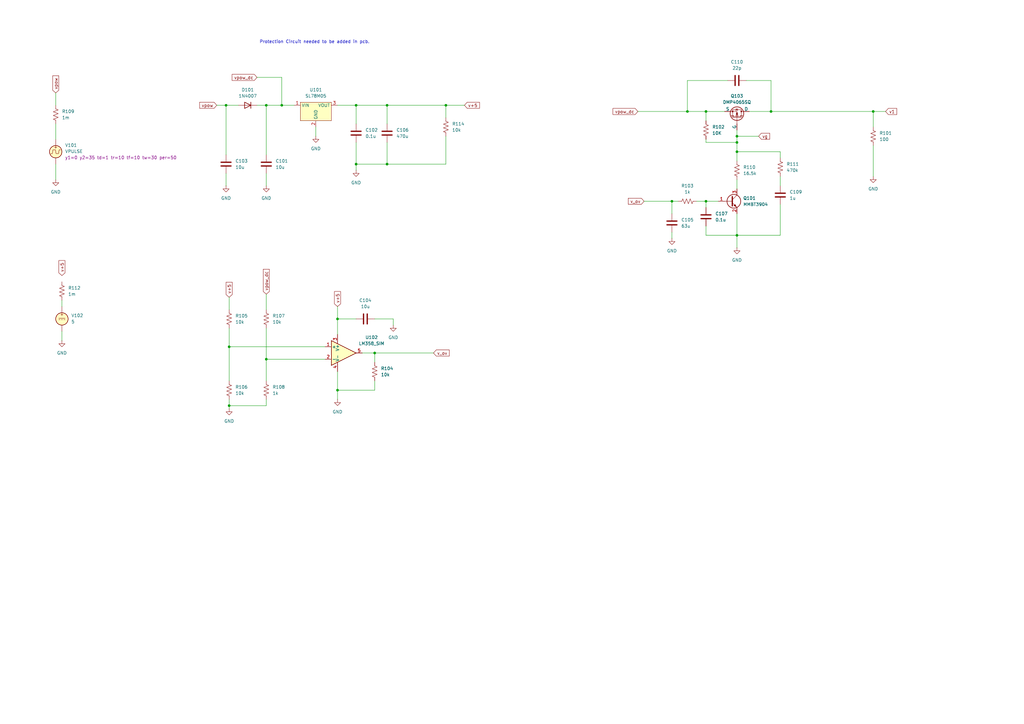
<source format=kicad_sch>
(kicad_sch (version 20250114) (generator "eeschema") (generator_version "9.0")
  (paper "A3")
  (title_block (title "Power Supply") (date "2026-01-08"))
  (lib_symbols
    (symbol "Device:C" (pin_numbers (hide yes)) (pin_names (offset 0.254))
      (property "Reference" "C" (at 0.635 2.54 0))
      (property "Value" "C" (at 0.635 -2.54 0))
      (symbol "C_0_1"
        (polyline (pts (xy -2.032 0.762) (xy 2.032 0.762)) (stroke (width 0.508)))
        (polyline (pts (xy -2.032 -0.762) (xy 2.032 -0.762)) (stroke (width 0.508)))
      )
      (symbol "C_1_1"
        (pin passive line (at 0 3.81 270) (length 2.794) (name "~") (number "1"))
        (pin passive line (at 0 -3.81 90) (length 2.794) (name "~") (number "2"))
      )
    )
    (symbol "Device:R_US" (pin_numbers (hide yes)) (pin_names (offset 0))
      (property "Reference" "R" (at 2.54 0 90))
      (property "Value" "R_US" (at -2.54 0 90))
      (symbol "R_US_0_1"
        (polyline (pts (xy 0 2.286) (xy 0 2.54)))
        (polyline (pts (xy 0 2.286) (xy 1.016 1.905) (xy 0 1.524) (xy -1.016 1.143) (xy 0 0.762)))
        (polyline (pts (xy 0 0.762) (xy 1.016 0.381) (xy 0 0) (xy -1.016 -0.381) (xy 0 -0.762)))
        (polyline (pts (xy 0 -0.762) (xy 1.016 -1.143) (xy 0 -1.524) (xy -1.016 -1.905) (xy 0 -2.286)))
        (polyline (pts (xy 0 -2.286) (xy 0 -2.54)))
      )
      (symbol "R_US_1_1"
        (pin passive line (at 0 3.81 270) (length 1.27) (name "~") (number "1"))
        (pin passive line (at 0 -3.81 90) (length 1.27) (name "~") (number "2"))
      )
    )
    (symbol "Simulation_SPICE:VDC" (pin_numbers (hide yes)) (pin_names (offset 0.0254))
      (property "Reference" "V" (at 2.54 2.54 0))
      (property "Value" "1" (at 2.54 0 0))
      (symbol "VDC_0_0"
        (polyline (pts (xy -1.27 0.254) (xy 1.27 0.254)))
        (polyline (pts (xy -0.762 -0.254) (xy -1.27 -0.254)))
        (polyline (pts (xy 0.254 -0.254) (xy -0.254 -0.254)))
        (polyline (pts (xy 1.27 -0.254) (xy 0.762 -0.254)))
        (text "+" (at 0 1.905 0) (effects (font (size 1.27 1.27))))
      )
      (symbol "VDC_0_1"
        (circle (center 0 0) (radius 2.54) (stroke (width 0.254)) (fill (type background)))
      )
      (symbol "VDC_1_1"
        (pin passive line (at 0 5.08 270) (length 2.54) (name "~") (number "1"))
        (pin passive line (at 0 -5.08 90) (length 2.54) (name "~") (number "2"))
      )
    )
    (symbol "Simulation_SPICE:VPULSE" (pin_numbers (hide yes)) (pin_names (offset 0.0254))
      (property "Reference" "V" (at 2.54 2.54 0))
      (property "Value" "VPULSE" (at 2.54 0 0))
      (property "Sim.Params" "y1=0 y2=1 td=2n tr=2n tf=2n tw=50n per=100n" (at 2.54 -2.54 0))
      (symbol "VPULSE_0_0"
        (polyline (pts (xy -2.032 -0.762) (xy -1.397 -0.762) (xy -1.143 0.762) (xy -0.127 0.762) (xy 0.127 -0.762) (xy 1.143 -0.762) (xy 1.397 0.762) (xy 2.032 0.762)))
        (text "+" (at 0 1.905 0) (effects (font (size 1.27 1.27))))
      )
      (symbol "VPULSE_0_1"
        (circle (center 0 0) (radius 2.54) (stroke (width 0.254)) (fill (type background)))
      )
      (symbol "VPULSE_1_1"
        (pin passive line (at 0 5.08 270) (length 2.54) (name "~") (number "1"))
        (pin passive line (at 0 -5.08 90) (length 2.54) (name "~") (number "2"))
      )
    )
    (symbol "my_Symbol_Library:1N4007" (pin_numbers (hide yes)) (pin_names (hide yes))
      (property "Reference" "D" (at 0 2.54 0))
      (property "Value" "1N4007" (at 0 -2.54 0))
      (symbol "1N4007_0_1"
        (polyline (pts (xy -1.27 1.27) (xy -1.27 -1.27)) (stroke (width 0.254)))
        (polyline (pts (xy 1.27 1.27) (xy 1.27 -1.27) (xy -1.27 0) (xy 1.27 1.27)) (stroke (width 0.254)))
        (polyline (pts (xy 1.27 0) (xy -1.27 0)))
      )
      (symbol "1N4007_1_1"
        (pin passive line (at -3.81 0 0) (length 2.54) (name "K") (number "1"))
        (pin passive line (at 3.81 0 180) (length 2.54) (name "A") (number "2"))
      )
    )
    (symbol "my_Symbol_Library:DMP4065SQ" (pin_numbers (hide yes)) (pin_names (offset 0))
      (property "Reference" "Q" (at 5.08 1.27 0))
      (property "Value" "DMP4065SQ" (at 5.08 -1.27 0))
      (symbol "DMP4065SQ_0_1"
        (polyline (pts (xy 0.254 1.905) (xy 0.254 -1.905)) (stroke (width 0.254)))
        (polyline (pts (xy 0.254 0) (xy -2.54 0)))
        (polyline (pts (xy 0.762 2.286) (xy 0.762 1.27)) (stroke (width 0.254)))
        (polyline (pts (xy 0.762 1.778) (xy 3.302 1.778) (xy 3.302 -1.778) (xy 0.762 -1.778)))
        (polyline (pts (xy 0.762 0.508) (xy 0.762 -0.508)) (stroke (width 0.254)))
        (polyline (pts (xy 0.762 -1.27) (xy 0.762 -2.286)) (stroke (width 0.254)))
        (circle (center 1.651 0) (radius 2.794) (stroke (width 0.254)))
        (polyline (pts (xy 2.286 0) (xy 1.27 0.381) (xy 1.27 -0.381) (xy 2.286 0)) (fill (type outline)))
        (polyline (pts (xy 2.54 2.54) (xy 2.54 1.778)))
        (circle (center 2.54 1.778) (radius 0.254) (fill (type outline)))
        (circle (center 2.54 -1.778) (radius 0.254) (fill (type outline)))
        (polyline (pts (xy 2.54 -2.54) (xy 2.54 0) (xy 0.762 0)))
        (polyline (pts (xy 2.794 -0.508) (xy 2.921 -0.381) (xy 3.683 -0.381) (xy 3.81 -0.254)))
        (polyline (pts (xy 3.302 -0.381) (xy 2.921 0.254) (xy 3.683 0.254) (xy 3.302 -0.381)))
      )
      (symbol "DMP4065SQ_1_1"
        (pin input line (at -5.08 0 0) (length 2.54) (name "G") (number "1"))
        (pin passive line (at 2.54 5.08 270) (length 2.54) (name "D") (number "3"))
        (pin passive line (at 2.54 -5.08 90) (length 2.54) (name "S") (number "2"))
      )
    )
    (symbol "my_Symbol_Library:LM358_sim" (pin_names (offset 0.254))
      (property "Reference" "U" (at 3.81 3.175 0))
      (property "Value" "LM358_SIM" (at 3.81 -3.175 0))
      (symbol "LM358_sim_0_1"
        (polyline (pts (xy 5.08 0) (xy -5.08 5.08) (xy -5.08 -5.08) (xy 5.08 0)) (stroke (width 0.254)) (fill (type background)))
      )
      (symbol "LM358_sim_1_1"
        (pin input line (at -7.62 2.54 0) (length 2.54) (name "+") (number "1"))
        (pin input line (at -7.62 -2.54 0) (length 2.54) (name "-") (number "2"))
        (pin power_in line (at -2.54 7.62 270) (length 3.81) (name "V+") (number "3"))
        (pin power_in line (at -2.54 -7.62 90) (length 3.81) (name "V-") (number "4"))
        (pin output line (at 7.62 0 180) (length 2.54) (name "~") (number "5"))
      )
    )
    (symbol "my_Symbol_Library:MMBT3904" (pin_names (offset 0) (hide yes))
      (property "Reference" "Q" (at 5.08 1.905 0))
      (property "Value" "MMBT3904" (at 5.08 0 0))
      (symbol "MMBT3904_0_1"
        (polyline (pts (xy -2.54 0) (xy 0.635 0)))
        (polyline (pts (xy 0.635 1.905) (xy 0.635 -1.905)) (stroke (width 0.508)))
        (circle (center 1.27 0) (radius 2.8194) (stroke (width 0.254)))
      )
      (symbol "MMBT3904_1_1"
        (polyline (pts (xy 0.635 0.635) (xy 2.54 2.54)))
        (polyline (pts (xy 0.635 -0.635) (xy 2.54 -2.54)))
        (polyline (pts (xy 1.27 -1.778) (xy 1.778 -1.27) (xy 2.286 -2.286) (xy 1.27 -1.778)) (fill (type outline)))
        (pin input line (at -5.08 0 0) (length 2.54) (name "B") (number "1"))
        (pin passive line (at 2.54 5.08 270) (length 2.54) (name "C") (number "3"))
        (pin passive line (at 2.54 -5.08 90) (length 2.54) (name "E") (number "2"))
      )
    )
    (symbol "my_Symbol_Library:SL78M05"
      (property "Reference" "U" (at 0 3.048 0))
      (property "Value" "SL78M05" (at 0 0 0))
      (symbol "SL78M05_0_0"
        (pin power_in line (at -8.89 0 0) (length 2.54) (name "VIN") (number "1"))
        (pin power_in line (at 0 -8.89 90) (length 2.54) (name "GND") (number "2"))
        (pin power_out line (at 8.89 0 180) (length 2.54) (name "VOUT") (number "3"))
      )
      (symbol "SL78M05_1_1"
        (rectangle (start -6.35 1.27) (end 6.35 -6.35) (fill (type background)))
      )
    )
    (symbol "power:GND" (power) (pin_numbers (hide yes)) (pin_names (offset 0) (hide yes))
      (property "Value" "GND" (at 0 -3.81 0))
      (symbol "GND_0_1"
        (polyline (pts (xy 0 0) (xy 0 -1.27) (xy 1.27 -1.27) (xy 0 -2.54) (xy -1.27 -1.27) (xy 0 -1.27)))
      )
      (symbol "GND_1_1"
        (pin power_in line (at 0 0 270) (length 0) (name "~") (number "1"))
      )
    )
  )
  (text "Protection Circuit needed to be added in pcb.\n" (at 129.032 17.272 0) (effects (font (size 1.27 1.27))))
  (junction (at 182.88 43.18))
  (junction (at 115.57 43.18))
  (junction (at 138.43 130.81))
  (junction (at 158.75 67.31))
  (junction (at 93.98 142.24))
  (junction (at 146.05 67.31))
  (junction (at 316.23 45.72))
  (junction (at 92.71 43.18))
  (junction (at 302.26 58.42))
  (junction (at 281.94 45.72))
  (junction (at 302.26 55.88))
  (junction (at 275.59 82.55))
  (junction (at 289.56 45.72))
  (junction (at 358.14 45.72))
  (junction (at 302.26 96.52))
  (junction (at 109.22 147.32))
  (junction (at 158.75 43.18))
  (junction (at 289.56 82.55))
  (junction (at 138.43 160.02))
  (junction (at 146.05 43.18))
  (junction (at 109.22 43.18))
  (junction (at 153.67 144.78))
  (junction (at 93.98 166.37))
  (junction (at 302.26 62.23))
  (wire (pts (xy 289.56 45.72) (xy 289.56 49.53)))
  (wire (pts (xy 281.94 45.72) (xy 289.56 45.72)))
  (wire (pts (xy 138.43 125.73) (xy 138.43 130.81)))
  (wire (pts (xy 105.41 43.18) (xy 109.22 43.18)))
  (wire (pts (xy 22.86 67.31) (xy 22.86 73.66)))
  (wire (pts (xy 93.98 142.24) (xy 133.35 142.24)))
  (wire (pts (xy 25.4 135.89) (xy 25.4 139.7)))
  (wire (pts (xy 109.22 120.65) (xy 109.22 127)))
  (wire (pts (xy 109.22 43.18) (xy 115.57 43.18)))
  (wire (pts (xy 358.14 59.69) (xy 358.14 72.39)))
  (wire (pts (xy 289.56 96.52) (xy 302.26 96.52)))
  (wire (pts (xy 289.56 57.15) (xy 289.56 58.42)))
  (wire (pts (xy 115.57 43.18) (xy 120.65 43.18)))
  (wire (pts (xy 289.56 82.55) (xy 294.64 82.55)))
  (wire (pts (xy 146.05 67.31) (xy 146.05 69.85)))
  (wire (pts (xy 146.05 43.18) (xy 146.05 50.8)))
  (wire (pts (xy 302.26 55.88) (xy 302.26 58.42)))
  (wire (pts (xy 146.05 43.18) (xy 158.75 43.18)))
  (wire (pts (xy 138.43 43.18) (xy 146.05 43.18)))
  (wire (pts (xy 182.88 43.18) (xy 182.88 48.26)))
  (wire (pts (xy 109.22 71.12) (xy 109.22 76.2)))
  (wire (pts (xy 138.43 130.81) (xy 146.05 130.81)))
  (wire (pts (xy 316.23 33.02) (xy 316.23 45.72)))
  (wire (pts (xy 289.56 82.55) (xy 289.56 85.09)))
  (wire (pts (xy 92.71 43.18) (xy 97.79 43.18)))
  (wire (pts (xy 146.05 58.42) (xy 146.05 67.31)))
  (wire (pts (xy 302.26 58.42) (xy 289.56 58.42)))
  (wire (pts (xy 320.04 72.39) (xy 320.04 76.2)))
  (wire (pts (xy 285.75 82.55) (xy 289.56 82.55)))
  (wire (pts (xy 109.22 166.37) (xy 93.98 166.37)))
  (wire (pts (xy 93.98 134.62) (xy 93.98 142.24)))
  (wire (pts (xy 92.71 71.12) (xy 92.71 76.2)))
  (wire (pts (xy 358.14 45.72) (xy 363.22 45.72)))
  (wire (pts (xy 302.26 53.34) (xy 302.26 55.88)))
  (wire (pts (xy 275.59 95.25) (xy 275.59 97.79)))
  (wire (pts (xy 153.67 156.21) (xy 153.67 160.02)))
  (wire (pts (xy 158.75 58.42) (xy 158.75 67.31)))
  (wire (pts (xy 320.04 96.52) (xy 302.26 96.52)))
  (wire (pts (xy 358.14 52.07) (xy 358.14 45.72)))
  (wire (pts (xy 281.94 33.02) (xy 281.94 45.72)))
  (wire (pts (xy 158.75 43.18) (xy 158.75 50.8)))
  (wire (pts (xy 153.67 144.78) (xy 177.8 144.78)))
  (wire (pts (xy 306.07 33.02) (xy 316.23 33.02)))
  (wire (pts (xy 22.86 50.8) (xy 22.86 57.15)))
  (wire (pts (xy 302.26 58.42) (xy 302.26 62.23)))
  (wire (pts (xy 161.29 130.81) (xy 161.29 133.35)))
  (wire (pts (xy 109.22 134.62) (xy 109.22 147.32)))
  (wire (pts (xy 22.86 38.1) (xy 22.86 43.18)))
  (wire (pts (xy 289.56 92.71) (xy 289.56 96.52)))
  (wire (pts (xy 153.67 144.78) (xy 153.67 148.59)))
  (wire (pts (xy 302.26 55.88) (xy 311.15 55.88)))
  (wire (pts (xy 289.56 45.72) (xy 297.18 45.72)))
  (wire (pts (xy 92.71 43.18) (xy 92.71 63.5)))
  (wire (pts (xy 281.94 33.02) (xy 298.45 33.02)))
  (wire (pts (xy 109.22 43.18) (xy 109.22 63.5)))
  (wire (pts (xy 153.67 160.02) (xy 138.43 160.02)))
  (wire (pts (xy 109.22 147.32) (xy 109.22 156.21)))
  (wire (pts (xy 307.34 45.72) (xy 316.23 45.72)))
  (wire (pts (xy 302.26 87.63) (xy 302.26 96.52)))
  (wire (pts (xy 302.26 62.23) (xy 302.26 66.04)))
  (wire (pts (xy 93.98 166.37) (xy 93.98 167.64)))
  (wire (pts (xy 182.88 43.18) (xy 190.5 43.18)))
  (wire (pts (xy 316.23 45.72) (xy 358.14 45.72)))
  (wire (pts (xy 275.59 82.55) (xy 278.13 82.55)))
  (wire (pts (xy 148.59 144.78) (xy 153.67 144.78)))
  (wire (pts (xy 129.54 52.07) (xy 129.54 55.88)))
  (wire (pts (xy 158.75 43.18) (xy 182.88 43.18)))
  (wire (pts (xy 153.67 130.81) (xy 161.29 130.81)))
  (wire (pts (xy 320.04 62.23) (xy 320.04 64.77)))
  (wire (pts (xy 109.22 163.83) (xy 109.22 166.37)))
  (wire (pts (xy 320.04 83.82) (xy 320.04 96.52)))
  (wire (pts (xy 93.98 121.92) (xy 93.98 127)))
  (wire (pts (xy 302.26 73.66) (xy 302.26 77.47)))
  (wire (pts (xy 320.04 62.23) (xy 302.26 62.23)))
  (wire (pts (xy 138.43 160.02) (xy 138.43 163.83)))
  (wire (pts (xy 261.62 45.72) (xy 281.94 45.72)))
  (wire (pts (xy 146.05 67.31) (xy 158.75 67.31)))
  (wire (pts (xy 109.22 147.32) (xy 133.35 147.32)))
  (wire (pts (xy 25.4 123.19) (xy 25.4 125.73)))
  (wire (pts (xy 93.98 142.24) (xy 93.98 156.21)))
  (wire (pts (xy 115.57 31.75) (xy 115.57 43.18)))
  (wire (pts (xy 275.59 82.55) (xy 275.59 87.63)))
  (wire (pts (xy 264.16 82.55) (xy 275.59 82.55)))
  (wire (pts (xy 158.75 67.31) (xy 182.88 67.31)))
  (wire (pts (xy 302.26 96.52) (xy 302.26 101.6)))
  (wire (pts (xy 138.43 152.4) (xy 138.43 160.02)))
  (wire (pts (xy 138.43 130.81) (xy 138.43 137.16)))
  (wire (pts (xy 105.41 31.75) (xy 115.57 31.75)))
  (wire (pts (xy 88.9 43.18) (xy 92.71 43.18)))
  (wire (pts (xy 182.88 55.88) (xy 182.88 67.31)))
  (wire (pts (xy 93.98 163.83) (xy 93.98 166.37)))
  (global_label "vg" (shape input) (at 311.15 55.88 0) (property "Intersheetrefs" "${INTERSHEET_REFS}" (effects (hide yes))))
  (global_label "vpow_dc" (shape input) (at 105.41 31.75 180) (property "Intersheetrefs" "${INTERSHEET_REFS}" (effects (hide yes))))
  (global_label "v+5" (shape input) (at 93.98 121.92 90) (property "Intersheetrefs" "${INTERSHEET_REFS}" (effects (hide yes))))
  (global_label "vpow" (shape input) (at 22.86 38.1 90) (property "Intersheetrefs" "${INTERSHEET_REFS}" (effects (hide yes))))
  (global_label "v_ov" (shape input) (at 177.8 144.78 0) (property "Intersheetrefs" "${INTERSHEET_REFS}" (effects (hide yes))))
  (global_label "vpow_dc" (shape input) (at 261.62 45.72 180) (property "Intersheetrefs" "${INTERSHEET_REFS}" (effects (hide yes))))
  (global_label "v+5" (shape input) (at 25.4 113.03 90) (property "Intersheetrefs" "${INTERSHEET_REFS}" (effects (hide yes))))
  (global_label "v_ov" (shape input) (at 264.16 82.55 180) (property "Intersheetrefs" "${INTERSHEET_REFS}" (effects (hide yes))))
  (global_label "v+5" (shape input) (at 190.5 43.18 0) (property "Intersheetrefs" "${INTERSHEET_REFS}" (effects (hide yes))))
  (global_label "vpow" (shape input) (at 88.9 43.18 180) (property "Intersheetrefs" "${INTERSHEET_REFS}" (effects (hide yes))))
  (global_label "v+5" (shape input) (at 138.43 125.73 90) (property "Intersheetrefs" "${INTERSHEET_REFS}" (effects (hide yes))))
  (global_label "vpow_dc" (shape input) (at 109.22 120.65 90) (property "Intersheetrefs" "${INTERSHEET_REFS}" (effects (hide yes))))
  (global_label "v1" (shape input) (at 363.22 45.72 0) (property "Intersheetrefs" "${INTERSHEET_REFS}" (effects (hide yes))))
  (symbol (lib_id "Device:C") (at 302.26 33.02 270) (unit 1)
    (property "Reference" "C110" (at 302.26 25.4 90))
    (property "Value" "22p" (at 302.26 27.94 90))
    (property "Description" "Unpolarized capacitor" (effects (hide yes)))
  )
  (symbol (lib_id "Device:R_US") (at 358.14 55.88 0) (unit 1)
    (property "Reference" "R101" (at 360.68 54.6099 0) (effects (justify left)))
    (property "Value" "100" (at 360.68 57.1499 0) (effects (justify left)))
    (property "Description" "Resistor, US symbol" (effects (hide yes)))
  )
  (symbol (lib_id "Device:R_US") (at 182.88 52.07 0) (unit 1)
    (property "Reference" "R114" (at 185.42 50.7999 0) (effects (justify left)))
    (property "Value" "10k" (at 185.42 53.3399 0) (effects (justify left)))
    (property "Description" "Resistor, US symbol" (effects (hide yes)))
  )
  (symbol (lib_id "Simulation_SPICE:VPULSE") (at 22.86 62.23 0) (unit 1)
    (property "Reference" "V101" (at 26.67 59.5601 0) (effects (justify left)))
    (property "Value" "VPULSE" (at 26.67 62.1001 0) (effects (justify left)))
    (property "Datasheet" "https://ngspice.sourceforge.io/docs/ngspice-html-manual/manual.xhtml#sec_Independent_Sources_for" (effects (hide yes)))
    (property "Description" "Voltage source, pulse" (effects (hide yes)))
    (property "Sim.Pins" "1=+ 2=-" (effects (hide yes)))
    (property "Sim.Type" "PULSE" (effects (hide yes)))
    (property "Sim.Device" "V" (effects (hide yes)))
    (property "Sim.Params" "y1=0 y2=35 td=1 tr=10 tf=10 tw=30 per=50" (at 26.67 64.6401 0) (effects (justify left)))
  )
  (symbol (lib_id "power:GND") (at 161.29 133.35 0) (unit 1)
    (property "Reference" "#PWR0110" (effects (hide yes)))
    (property "Value" "GND" (at 161.29 138.43 0))
    (property "Description" "Power symbol creates a global label with name \"GND\" , ground" (effects (hide yes)))
  )
  (symbol (lib_id "power:GND") (at 92.71 76.2 0) (unit 1)
    (property "Reference" "#PWR0109" (effects (hide yes)))
    (property "Value" "GND" (at 92.71 81.28 0))
    (property "Description" "Power symbol creates a global label with name \"GND\" , ground" (effects (hide yes)))
  )
  (symbol (lib_id "Device:C") (at 92.71 67.31 0) (unit 1)
    (property "Reference" "C103" (at 96.52 66.0399 0) (effects (justify left)))
    (property "Value" "10u" (at 96.52 68.5799 0) (effects (justify left)))
    (property "Description" "Unpolarized capacitor" (effects (hide yes)))
  )
  (symbol (lib_id "power:GND") (at 129.54 55.88 0) (unit 1)
    (property "Reference" "#PWR0103" (effects (hide yes)))
    (property "Value" "GND" (at 129.54 60.96 0))
    (property "Description" "Power symbol creates a global label with name \"GND\" , ground" (effects (hide yes)))
  )
  (symbol (lib_id "Device:R_US") (at 93.98 160.02 0) (unit 1)
    (property "Reference" "R106" (at 96.52 158.7499 0) (effects (justify left)))
    (property "Value" "10k" (at 96.52 161.2899 0) (effects (justify left)))
    (property "Description" "Resistor, US symbol" (effects (hide yes)))
  )
  (symbol (lib_id "my_Symbol_Library:SL78M05") (at 129.54 43.18 0) (unit 1)
    (property "Reference" "U101" (at 129.54 36.83 0))
    (property "Value" "SL78M05" (at 129.54 39.37 0))
    (property "Footprint" "my_footprint_Library:TO-252-2" (effects (hide yes)))
    (property "Datasheet" "https://mm.digikey.com/Volume0/opasdata/d220001/medias/docus/7181/SL78M05%20TO-252-3.pdf" (effects (hide yes)))
    (property "Description" "Linear Voltage Regulator IC Positive Fixed 1 Output 1A TO-252" (effects (hide yes)))
    (property "Sim.Library" "/home/vdo/Documents/PCB/simulation/regulators.lib" (effects (hide yes)))
    (property "Sim.Name" "LM7805" (effects (hide yes)))
    (property "Sim.Device" "SUBCKT" (effects (hide yes)))
    (property "Sim.Pins" "1=1 2=2 3=3" (effects (hide yes)))
  )
  (symbol (lib_id "Device:C") (at 146.05 54.61 0) (unit 1)
    (property "Reference" "C102" (at 149.86 53.3399 0) (effects (justify left)))
    (property "Value" "0.1u" (at 149.86 55.8799 0) (effects (justify left)))
    (property "Description" "Unpolarized capacitor" (effects (hide yes)))
  )
  (symbol (lib_id "Device:C") (at 158.75 54.61 0) (unit 1)
    (property "Reference" "C106" (at 162.56 53.3399 0) (effects (justify left)))
    (property "Value" "470u" (at 162.56 55.8799 0) (effects (justify left)))
    (property "Description" "Unpolarized capacitor" (effects (hide yes)))
  )
  (symbol (lib_id "Device:C") (at 109.22 67.31 0) (unit 1)
    (property "Reference" "C101" (at 113.03 66.0399 0) (effects (justify left)))
    (property "Value" "10u" (at 113.03 68.5799 0) (effects (justify left)))
    (property "Description" "Unpolarized capacitor" (effects (hide yes)))
  )
  (symbol (lib_id "Device:R_US") (at 153.67 152.4 0) (unit 1)
    (property "Reference" "R104" (at 156.21 151.1299 0) (effects (justify left)))
    (property "Value" "10k" (at 156.21 153.6699 0) (effects (justify left)))
    (property "Description" "Resistor, US symbol" (effects (hide yes)))
  )
  (symbol (lib_id "Device:C") (at 275.59 91.44 180) (unit 1)
    (property "Reference" "C105" (at 279.4 90.1699 0) (effects (justify right)))
    (property "Value" "63u" (at 279.4 92.7099 0) (effects (justify right)))
    (property "Description" "Unpolarized capacitor" (effects (hide yes)))
  )
  (symbol (lib_id "Device:R_US") (at 109.22 130.81 0) (unit 1)
    (property "Reference" "R107" (at 111.76 129.5399 0) (effects (justify left)))
    (property "Value" "10k" (at 111.76 132.0799 0) (effects (justify left)))
    (property "Description" "Resistor, US symbol" (effects (hide yes)))
  )
  (symbol (lib_id "power:GND") (at 109.22 76.2 0) (unit 1)
    (property "Reference" "#PWR0104" (effects (hide yes)))
    (property "Value" "GND" (at 109.22 81.28 0))
    (property "Description" "Power symbol creates a global label with name \"GND\" , ground" (effects (hide yes)))
  )
  (symbol (lib_id "power:GND") (at 302.26 101.6 0) (unit 1)
    (property "Reference" "#PWR0107" (effects (hide yes)))
    (property "Value" "GND" (at 302.26 106.68 0))
    (property "Description" "Power symbol creates a global label with name \"GND\" , ground" (effects (hide yes)))
  )
  (symbol (lib_id "Device:C") (at 149.86 130.81 90) (unit 1)
    (property "Reference" "C104" (at 149.86 123.19 90))
    (property "Value" "10u" (at 149.86 125.73 90))
    (property "Description" "Unpolarized capacitor" (effects (hide yes)))
  )
  (symbol (lib_id "Device:C") (at 320.04 80.01 180) (unit 1)
    (property "Reference" "C109" (at 323.85 78.7399 0) (effects (justify right)))
    (property "Value" "1u" (at 323.85 81.2799 0) (effects (justify right)))
    (property "Description" "Unpolarized capacitor" (effects (hide yes)))
  )
  (symbol (lib_id "Device:R_US") (at 25.4 119.38 0) (unit 1)
    (property "Reference" "R112" (at 27.94 118.1099 0) (effects (justify left)))
    (property "Value" "1m" (at 27.94 120.6499 0) (effects (justify left)))
    (property "Description" "Resistor, US symbol" (effects (hide yes)))
  )
  (symbol (lib_id "Device:R_US") (at 109.22 160.02 0) (unit 1)
    (property "Reference" "R108" (at 111.76 158.7499 0) (effects (justify left)))
    (property "Value" "1k" (at 111.76 161.2899 0) (effects (justify left)))
    (property "Description" "Resistor, US symbol" (effects (hide yes)))
  )
  (symbol (lib_id "Device:R_US") (at 281.94 82.55 90) (unit 1)
    (property "Reference" "R103" (at 281.94 76.2 90))
    (property "Value" "1k" (at 281.94 78.74 90))
    (property "Description" "Resistor, US symbol" (effects (hide yes)))
  )
  (symbol (lib_id "power:GND") (at 275.59 97.79 0) (unit 1)
    (property "Reference" "#PWR0111" (effects (hide yes)))
    (property "Value" "GND" (at 275.59 102.87 0))
    (property "Description" "Power symbol creates a global label with name \"GND\" , ground" (effects (hide yes)))
  )
  (symbol (lib_id "power:GND") (at 22.86 73.66 0) (unit 1)
    (property "Reference" "#PWR0101" (effects (hide yes)))
    (property "Value" "GND" (at 22.86 78.74 0))
    (property "Description" "Power symbol creates a global label with name \"GND\" , ground" (effects (hide yes)))
  )
  (symbol (lib_id "my_Symbol_Library:MMBT3904") (at 299.72 82.55 0) (unit 1)
    (property "Reference" "Q101" (at 304.8 81.2799 0) (effects (justify left)))
    (property "Value" "MMBT3904" (at 304.8 83.8199 0) (effects (justify left)))
    (property "Footprint" "my_footprint_Library:TSOT-23_HandSoldering" (effects (hide yes)))
    (property "Datasheet" "https://www.onsemi.com/pdf/datasheet/pzt3904-d.pdf" (effects (hide yes)))
    (property "Description" "0.2A Ic, 40V Vce, Small Signal NPN Transistor, SOT-23" (effects (hide yes)))
    (property "Sim.Device" "NPN" (effects (hide yes)))
    (property "Sim.Pins" "1=B 2=E 3=C" (effects (hide yes)))
    (property "Sim.Library" "/home/vdo/Documents/PCB/simulation/2N3904.LIB" (effects (hide yes)))
    (property "Sim.Name" "Q2n3904" (effects (hide yes)))
    (property "Sim.Type" "GUMMELPOON" (effects (hide yes)))
  )
  (symbol (lib_id "Device:R_US") (at 93.98 130.81 0) (unit 1)
    (property "Reference" "R105" (at 96.52 129.5399 0) (effects (justify left)))
    (property "Value" "10k" (at 96.52 132.0799 0) (effects (justify left)))
    (property "Description" "Resistor, US symbol" (effects (hide yes)))
  )
  (symbol (lib_id "my_Symbol_Library:1N4007") (at 101.6 43.18 180) (unit 1)
    (property "Reference" "D101" (at 101.6 36.83 0))
    (property "Value" "1N4007" (at 101.6 39.37 0))
    (property "Footprint" "my_footprint_Library:D_DO-41_SOD81_P12.70mm_Horizontal" (effects (hide yes)))
    (property "Datasheet" "http://www.vishay.com/docs/88503/1n4001.pdf" (effects (hide yes)))
    (property "Description" "1000V 1A General Purpose Rectifier Diode, DO-41" (effects (hide yes)))
    (property "Sim.Device" "D" (effects (hide yes)))
    (property "Sim.Pins" "1=K 2=A" (effects (hide yes)))
    (property "Sim.Library" "/home/vdo/Documents/PCB/simulation/1N4007.spice.txt" (effects (hide yes)))
    (property "Sim.Name" "DI_1N4007" (effects (hide yes)))
  )
  (symbol (lib_id "power:GND") (at 93.98 167.64 0) (unit 1)
    (property "Reference" "#PWR0108" (effects (hide yes)))
    (property "Value" "GND" (at 93.98 172.72 0))
    (property "Description" "Power symbol creates a global label with name \"GND\" , ground" (effects (hide yes)))
  )
  (symbol (lib_id "Device:R_US") (at 22.86 46.99 0) (unit 1)
    (property "Reference" "R109" (at 25.4 45.7199 0) (effects (justify left)))
    (property "Value" "1m" (at 25.4 48.2599 0) (effects (justify left)))
    (property "Description" "Resistor, US symbol" (effects (hide yes)))
  )
  (symbol (lib_id "Device:R_US") (at 320.04 68.58 0) (unit 1)
    (property "Reference" "R111" (at 322.58 67.3099 0) (effects (justify left)))
    (property "Value" "470k" (at 322.58 69.8499 0) (effects (justify left)))
    (property "Description" "Resistor, US symbol" (effects (hide yes)))
  )
  (symbol (lib_id "my_Symbol_Library:DMP4065SQ") (at 302.26 48.26 270) (mirror x) (unit 1)
    (property "Reference" "Q103" (at 302.26 39.37 90))
    (property "Value" "DMP4065SQ" (at 302.26 41.91 90))
    (property "Footprint" "my_footprint_Library:TSOT-23_HandSoldering" (effects (hide yes)))
    (property "Datasheet" "https://www.diodes.com/assets/Datasheets/DMP4065SQ.pdf" (effects (hide yes)))
    (property "Description" "P-MOSFET transistor, drain/source/gate" (effects (hide yes)))
    (property "Sim.Device" "SUBCKT" (effects (hide yes)))
    (property "Sim.Pins" "1=20 2=30 3=10" (effects (hide yes)))
    (property "Sim.Library" "/home/vdo/Documents/PCB/simulation/DMP4065SQ.spice.txt" (effects (hide yes)))
    (property "Sim.Name" "DMP4065SQ" (effects (hide yes)))
  )
  (symbol (lib_id "Device:R_US") (at 302.26 69.85 0) (unit 1)
    (property "Reference" "R110" (at 304.8 68.5799 0) (effects (justify left)))
    (property "Value" "16.5k" (at 304.8 71.1199 0) (effects (justify left)))
    (property "Description" "Resistor, US symbol" (effects (hide yes)))
  )
  (symbol (lib_id "power:GND") (at 358.14 72.39 0) (unit 1)
    (property "Reference" "#PWR0102" (effects (hide yes)))
    (property "Value" "GND" (at 358.14 77.47 0))
    (property "Description" "Power symbol creates a global label with name \"GND\" , ground" (effects (hide yes)))
  )
  (symbol (lib_id "Device:R_US") (at 289.56 53.34 0) (unit 1)
    (property "Reference" "R102" (at 292.1 52.0699 0) (effects (justify left)))
    (property "Value" "10K" (at 292.1 54.6099 0) (effects (justify left)))
    (property "Description" "Resistor, US symbol" (effects (hide yes)))
  )
  (symbol (lib_id "power:GND") (at 25.4 139.7 0) (unit 1)
    (property "Reference" "#PWR0112" (effects (hide yes)))
    (property "Value" "GND" (at 25.4 144.78 0))
    (property "Description" "Power symbol creates a global label with name \"GND\" , ground" (effects (hide yes)))
  )
  (symbol (lib_id "power:GND") (at 138.43 163.83 0) (unit 1)
    (property "Reference" "#PWR0106" (effects (hide yes)))
    (property "Value" "GND" (at 138.43 168.91 0))
    (property "Description" "Power symbol creates a global label with name \"GND\" , ground" (effects (hide yes)))
  )
  (symbol (lib_id "my_Symbol_Library:LM358_sim") (at 140.97 144.78 0) (unit 1)
    (property "Reference" "U102" (at 152.4 138.3598 0))
    (property "Value" "LM358_SIM" (at 152.4 140.8998 0))
    (property "Description" "Operational amplifier, single" (effects (hide yes)))
    (property "Sim.Pins" "1=2 2=1 3=4 4=5 5=3" (effects (hide yes)))
    (property "Sim.Device" "SUBCKT" (effects (hide yes)))
    (property "Sim.Library" "/home/vdo/Documents/PCB/simulation/lm358.txt" (effects (hide yes)))
    (property "Sim.Name" "LM358" (effects (hide yes)))
  )
  (symbol (lib_id "Device:C") (at 289.56 88.9 180) (unit 1)
    (property "Reference" "C107" (at 293.37 87.6299 0) (effects (justify right)))
    (property "Value" "0.1u" (at 293.37 90.1699 0) (effects (justify right)))
    (property "Description" "Unpolarized capacitor" (effects (hide yes)))
  )
  (symbol (lib_id "power:GND") (at 146.05 69.85 0) (unit 1)
    (property "Reference" "#PWR0105" (effects (hide yes)))
    (property "Value" "GND" (at 146.05 74.93 0))
    (property "Description" "Power symbol creates a global label with name \"GND\" , ground" (effects (hide yes)))
  )
  (symbol (lib_id "Simulation_SPICE:VDC") (at 25.4 130.81 0) (unit 1)
    (property "Reference" "V102" (at 29.21 129.4101 0) (effects (justify left)))
    (property "Value" "5" (at 29.21 131.9501 0) (effects (justify left)))
    (property "Datasheet" "https://ngspice.sourceforge.io/docs/ngspice-html-manual/manual.xhtml#sec_Independent_Sources_for" (effects (hide yes)))
    (property "Description" "Voltage source, DC" (effects (hide yes)))
    (property "Sim.Pins" "1=+ 2=-" (effects (hide yes)))
    (property "Sim.Type" "DC" (effects (hide yes)))
    (property "Sim.Device" "V" (effects (hide yes)))
  )
)
</source>
